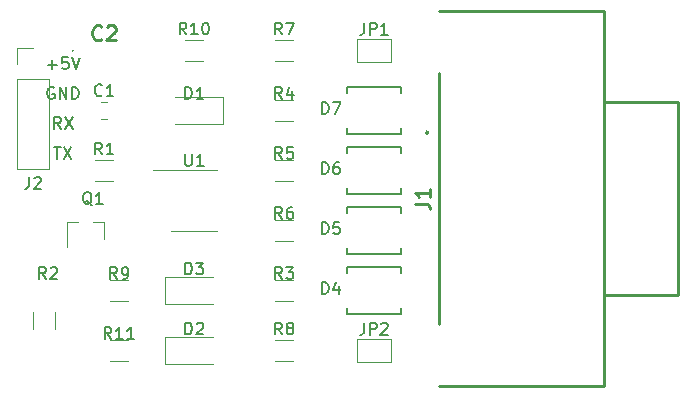
<source format=gto>
G04 #@! TF.GenerationSoftware,KiCad,Pcbnew,(5.1.10)-1*
G04 #@! TF.CreationDate,2022-10-05T22:38:21+02:00*
G04 #@! TF.ProjectId,new_rs422_module_kicad,6e65775f-7273-4343-9232-5f6d6f64756c,rev?*
G04 #@! TF.SameCoordinates,Original*
G04 #@! TF.FileFunction,Legend,Top*
G04 #@! TF.FilePolarity,Positive*
%FSLAX46Y46*%
G04 Gerber Fmt 4.6, Leading zero omitted, Abs format (unit mm)*
G04 Created by KiCad (PCBNEW (5.1.10)-1) date 2022-10-05 22:38:21*
%MOMM*%
%LPD*%
G01*
G04 APERTURE LIST*
%ADD10C,0.150000*%
%ADD11C,0.120000*%
%ADD12C,0.200000*%
%ADD13C,0.254000*%
%ADD14C,0.100000*%
%ADD15R,1.714500X2.184400*%
%ADD16R,1.800000X1.230000*%
%ADD17O,1.700000X1.700000*%
%ADD18R,1.700000X1.700000*%
%ADD19C,5.500000*%
%ADD20C,1.500000*%
%ADD21R,0.800000X0.900000*%
G04 APERTURE END LIST*
D10*
X33004285Y-34361428D02*
X33766190Y-34361428D01*
X33385238Y-34742380D02*
X33385238Y-33980476D01*
X34718571Y-33742380D02*
X34242380Y-33742380D01*
X34194761Y-34218571D01*
X34242380Y-34170952D01*
X34337619Y-34123333D01*
X34575714Y-34123333D01*
X34670952Y-34170952D01*
X34718571Y-34218571D01*
X34766190Y-34313809D01*
X34766190Y-34551904D01*
X34718571Y-34647142D01*
X34670952Y-34694761D01*
X34575714Y-34742380D01*
X34337619Y-34742380D01*
X34242380Y-34694761D01*
X34194761Y-34647142D01*
X35051904Y-33742380D02*
X35385238Y-34742380D01*
X35718571Y-33742380D01*
X33528095Y-36330000D02*
X33432857Y-36282380D01*
X33290000Y-36282380D01*
X33147142Y-36330000D01*
X33051904Y-36425238D01*
X33004285Y-36520476D01*
X32956666Y-36710952D01*
X32956666Y-36853809D01*
X33004285Y-37044285D01*
X33051904Y-37139523D01*
X33147142Y-37234761D01*
X33290000Y-37282380D01*
X33385238Y-37282380D01*
X33528095Y-37234761D01*
X33575714Y-37187142D01*
X33575714Y-36853809D01*
X33385238Y-36853809D01*
X34004285Y-37282380D02*
X34004285Y-36282380D01*
X34575714Y-37282380D01*
X34575714Y-36282380D01*
X35051904Y-37282380D02*
X35051904Y-36282380D01*
X35290000Y-36282380D01*
X35432857Y-36330000D01*
X35528095Y-36425238D01*
X35575714Y-36520476D01*
X35623333Y-36710952D01*
X35623333Y-36853809D01*
X35575714Y-37044285D01*
X35528095Y-37139523D01*
X35432857Y-37234761D01*
X35290000Y-37282380D01*
X35051904Y-37282380D01*
X33528095Y-41362380D02*
X34099523Y-41362380D01*
X33813809Y-42362380D02*
X33813809Y-41362380D01*
X34337619Y-41362380D02*
X35004285Y-42362380D01*
X35004285Y-41362380D02*
X34337619Y-42362380D01*
X34123333Y-39822380D02*
X33790000Y-39346190D01*
X33551904Y-39822380D02*
X33551904Y-38822380D01*
X33932857Y-38822380D01*
X34028095Y-38870000D01*
X34075714Y-38917619D01*
X34123333Y-39012857D01*
X34123333Y-39155714D01*
X34075714Y-39250952D01*
X34028095Y-39298571D01*
X33932857Y-39346190D01*
X33551904Y-39346190D01*
X34456666Y-38822380D02*
X35123333Y-39822380D01*
X35123333Y-38822380D02*
X34456666Y-39822380D01*
D11*
X59220000Y-59585000D02*
X59220000Y-57585000D01*
X62020000Y-59585000D02*
X59220000Y-59585000D01*
X62020000Y-57585000D02*
X62020000Y-59585000D01*
X59220000Y-57585000D02*
X62020000Y-57585000D01*
X59220000Y-34185000D02*
X59220000Y-32185000D01*
X62020000Y-34185000D02*
X59220000Y-34185000D01*
X62020000Y-32185000D02*
X62020000Y-34185000D01*
X59220000Y-32185000D02*
X62020000Y-32185000D01*
D10*
X58335000Y-36797800D02*
X58335000Y-36295000D01*
X58335000Y-40235000D02*
X58335000Y-39732200D01*
X58335000Y-40235000D02*
X62905000Y-40235000D01*
X62905000Y-36797800D02*
X62905000Y-36295000D01*
X62905000Y-40235000D02*
X62905000Y-39732200D01*
X58335000Y-36295000D02*
X62905000Y-36295000D01*
X58335000Y-41877800D02*
X58335000Y-41375000D01*
X58335000Y-45315000D02*
X58335000Y-44812200D01*
X58335000Y-45315000D02*
X62905000Y-45315000D01*
X62905000Y-41877800D02*
X62905000Y-41375000D01*
X62905000Y-45315000D02*
X62905000Y-44812200D01*
X58335000Y-41375000D02*
X62905000Y-41375000D01*
X58335000Y-46957800D02*
X58335000Y-46455000D01*
X58335000Y-50395000D02*
X58335000Y-49892200D01*
X58335000Y-50395000D02*
X62905000Y-50395000D01*
X62905000Y-46957800D02*
X62905000Y-46455000D01*
X62905000Y-50395000D02*
X62905000Y-49892200D01*
X58335000Y-46455000D02*
X62905000Y-46455000D01*
X58335000Y-52037800D02*
X58335000Y-51535000D01*
X58335000Y-55475000D02*
X58335000Y-54972200D01*
X58335000Y-55475000D02*
X62905000Y-55475000D01*
X62905000Y-52037800D02*
X62905000Y-51535000D01*
X62905000Y-55475000D02*
X62905000Y-54972200D01*
X58335000Y-51535000D02*
X62905000Y-51535000D01*
D12*
X35150000Y-33185000D02*
G75*
G03*
X35150000Y-33185000I-50000J0D01*
G01*
D11*
X30420000Y-43240000D02*
X33080000Y-43240000D01*
X30420000Y-35560000D02*
X30420000Y-43240000D01*
X33080000Y-35560000D02*
X33080000Y-43240000D01*
X30420000Y-35560000D02*
X33080000Y-35560000D01*
X30420000Y-34290000D02*
X30420000Y-32960000D01*
X30420000Y-32960000D02*
X31750000Y-32960000D01*
D13*
X66110000Y-61584000D02*
X80110000Y-61584000D01*
X80110000Y-61584000D02*
X80110000Y-29814000D01*
X80110000Y-29814000D02*
X66110000Y-29814000D01*
X80110000Y-53885000D02*
X86360000Y-53885000D01*
X86360000Y-53885000D02*
X86360000Y-37555000D01*
X86360000Y-37555000D02*
X80110000Y-37555000D01*
X66110000Y-56343000D02*
X66110000Y-35097000D01*
X65180840Y-40124000D02*
G75*
G03*
X65180840Y-40124000I-70840J0D01*
G01*
D11*
X45380000Y-43325000D02*
X41930000Y-43325000D01*
X45380000Y-43325000D02*
X47330000Y-43325000D01*
X45380000Y-48445000D02*
X43430000Y-48445000D01*
X45380000Y-48445000D02*
X47330000Y-48445000D01*
X39757064Y-57675000D02*
X38302936Y-57675000D01*
X39757064Y-59495000D02*
X38302936Y-59495000D01*
X46107064Y-32275000D02*
X44652936Y-32275000D01*
X46107064Y-34095000D02*
X44652936Y-34095000D01*
X39757064Y-52595000D02*
X38302936Y-52595000D01*
X39757064Y-54415000D02*
X38302936Y-54415000D01*
X52272936Y-59495000D02*
X53727064Y-59495000D01*
X52272936Y-57675000D02*
X53727064Y-57675000D01*
X52272936Y-34095000D02*
X53727064Y-34095000D01*
X52272936Y-32275000D02*
X53727064Y-32275000D01*
X53727064Y-47515000D02*
X52272936Y-47515000D01*
X53727064Y-49335000D02*
X52272936Y-49335000D01*
X53727064Y-42435000D02*
X52272936Y-42435000D01*
X53727064Y-44255000D02*
X52272936Y-44255000D01*
X53727064Y-37355000D02*
X52272936Y-37355000D01*
X53727064Y-39175000D02*
X52272936Y-39175000D01*
X53727064Y-52595000D02*
X52272936Y-52595000D01*
X53727064Y-54415000D02*
X52272936Y-54415000D01*
X31770000Y-55317936D02*
X31770000Y-56772064D01*
X33590000Y-55317936D02*
X33590000Y-56772064D01*
X37032936Y-44255000D02*
X38487064Y-44255000D01*
X37032936Y-42435000D02*
X38487064Y-42435000D01*
X37790000Y-47665000D02*
X37790000Y-49125000D01*
X34630000Y-47665000D02*
X34630000Y-49825000D01*
X34630000Y-47665000D02*
X35560000Y-47665000D01*
X37790000Y-47665000D02*
X36860000Y-47665000D01*
X42920000Y-54640000D02*
X46980000Y-54640000D01*
X42920000Y-52370000D02*
X42920000Y-54640000D01*
X46980000Y-52370000D02*
X42920000Y-52370000D01*
X42920000Y-59720000D02*
X46980000Y-59720000D01*
X42920000Y-57450000D02*
X42920000Y-59720000D01*
X46980000Y-57450000D02*
X42920000Y-57450000D01*
X47840000Y-37130000D02*
X43780000Y-37130000D01*
X47840000Y-39400000D02*
X47840000Y-37130000D01*
X43780000Y-39400000D02*
X47840000Y-39400000D01*
X37498748Y-39000000D02*
X38021252Y-39000000D01*
X37498748Y-37530000D02*
X38021252Y-37530000D01*
D10*
X59786666Y-56237380D02*
X59786666Y-56951666D01*
X59739047Y-57094523D01*
X59643809Y-57189761D01*
X59500952Y-57237380D01*
X59405714Y-57237380D01*
X60262857Y-57237380D02*
X60262857Y-56237380D01*
X60643809Y-56237380D01*
X60739047Y-56285000D01*
X60786666Y-56332619D01*
X60834285Y-56427857D01*
X60834285Y-56570714D01*
X60786666Y-56665952D01*
X60739047Y-56713571D01*
X60643809Y-56761190D01*
X60262857Y-56761190D01*
X61215238Y-56332619D02*
X61262857Y-56285000D01*
X61358095Y-56237380D01*
X61596190Y-56237380D01*
X61691428Y-56285000D01*
X61739047Y-56332619D01*
X61786666Y-56427857D01*
X61786666Y-56523095D01*
X61739047Y-56665952D01*
X61167619Y-57237380D01*
X61786666Y-57237380D01*
X59786666Y-30837380D02*
X59786666Y-31551666D01*
X59739047Y-31694523D01*
X59643809Y-31789761D01*
X59500952Y-31837380D01*
X59405714Y-31837380D01*
X60262857Y-31837380D02*
X60262857Y-30837380D01*
X60643809Y-30837380D01*
X60739047Y-30885000D01*
X60786666Y-30932619D01*
X60834285Y-31027857D01*
X60834285Y-31170714D01*
X60786666Y-31265952D01*
X60739047Y-31313571D01*
X60643809Y-31361190D01*
X60262857Y-31361190D01*
X61786666Y-31837380D02*
X61215238Y-31837380D01*
X61500952Y-31837380D02*
X61500952Y-30837380D01*
X61405714Y-30980238D01*
X61310476Y-31075476D01*
X61215238Y-31123095D01*
X56215595Y-38552380D02*
X56215595Y-37552380D01*
X56453690Y-37552380D01*
X56596547Y-37600000D01*
X56691785Y-37695238D01*
X56739404Y-37790476D01*
X56787023Y-37980952D01*
X56787023Y-38123809D01*
X56739404Y-38314285D01*
X56691785Y-38409523D01*
X56596547Y-38504761D01*
X56453690Y-38552380D01*
X56215595Y-38552380D01*
X57120357Y-37552380D02*
X57787023Y-37552380D01*
X57358452Y-38552380D01*
X56215595Y-43632380D02*
X56215595Y-42632380D01*
X56453690Y-42632380D01*
X56596547Y-42680000D01*
X56691785Y-42775238D01*
X56739404Y-42870476D01*
X56787023Y-43060952D01*
X56787023Y-43203809D01*
X56739404Y-43394285D01*
X56691785Y-43489523D01*
X56596547Y-43584761D01*
X56453690Y-43632380D01*
X56215595Y-43632380D01*
X57644166Y-42632380D02*
X57453690Y-42632380D01*
X57358452Y-42680000D01*
X57310833Y-42727619D01*
X57215595Y-42870476D01*
X57167976Y-43060952D01*
X57167976Y-43441904D01*
X57215595Y-43537142D01*
X57263214Y-43584761D01*
X57358452Y-43632380D01*
X57548928Y-43632380D01*
X57644166Y-43584761D01*
X57691785Y-43537142D01*
X57739404Y-43441904D01*
X57739404Y-43203809D01*
X57691785Y-43108571D01*
X57644166Y-43060952D01*
X57548928Y-43013333D01*
X57358452Y-43013333D01*
X57263214Y-43060952D01*
X57215595Y-43108571D01*
X57167976Y-43203809D01*
X56215595Y-48712380D02*
X56215595Y-47712380D01*
X56453690Y-47712380D01*
X56596547Y-47760000D01*
X56691785Y-47855238D01*
X56739404Y-47950476D01*
X56787023Y-48140952D01*
X56787023Y-48283809D01*
X56739404Y-48474285D01*
X56691785Y-48569523D01*
X56596547Y-48664761D01*
X56453690Y-48712380D01*
X56215595Y-48712380D01*
X57691785Y-47712380D02*
X57215595Y-47712380D01*
X57167976Y-48188571D01*
X57215595Y-48140952D01*
X57310833Y-48093333D01*
X57548928Y-48093333D01*
X57644166Y-48140952D01*
X57691785Y-48188571D01*
X57739404Y-48283809D01*
X57739404Y-48521904D01*
X57691785Y-48617142D01*
X57644166Y-48664761D01*
X57548928Y-48712380D01*
X57310833Y-48712380D01*
X57215595Y-48664761D01*
X57167976Y-48617142D01*
X56215595Y-53792380D02*
X56215595Y-52792380D01*
X56453690Y-52792380D01*
X56596547Y-52840000D01*
X56691785Y-52935238D01*
X56739404Y-53030476D01*
X56787023Y-53220952D01*
X56787023Y-53363809D01*
X56739404Y-53554285D01*
X56691785Y-53649523D01*
X56596547Y-53744761D01*
X56453690Y-53792380D01*
X56215595Y-53792380D01*
X57644166Y-53125714D02*
X57644166Y-53792380D01*
X57406071Y-52744761D02*
X57167976Y-53459047D01*
X57787023Y-53459047D01*
D13*
X37548333Y-32203571D02*
X37487857Y-32264047D01*
X37306428Y-32324523D01*
X37185476Y-32324523D01*
X37004047Y-32264047D01*
X36883095Y-32143095D01*
X36822619Y-32022142D01*
X36762142Y-31780238D01*
X36762142Y-31598809D01*
X36822619Y-31356904D01*
X36883095Y-31235952D01*
X37004047Y-31115000D01*
X37185476Y-31054523D01*
X37306428Y-31054523D01*
X37487857Y-31115000D01*
X37548333Y-31175476D01*
X38032142Y-31175476D02*
X38092619Y-31115000D01*
X38213571Y-31054523D01*
X38515952Y-31054523D01*
X38636904Y-31115000D01*
X38697380Y-31175476D01*
X38757857Y-31296428D01*
X38757857Y-31417380D01*
X38697380Y-31598809D01*
X37971666Y-32324523D01*
X38757857Y-32324523D01*
D10*
X31416666Y-43902380D02*
X31416666Y-44616666D01*
X31369047Y-44759523D01*
X31273809Y-44854761D01*
X31130952Y-44902380D01*
X31035714Y-44902380D01*
X31845238Y-43997619D02*
X31892857Y-43950000D01*
X31988095Y-43902380D01*
X32226190Y-43902380D01*
X32321428Y-43950000D01*
X32369047Y-43997619D01*
X32416666Y-44092857D01*
X32416666Y-44188095D01*
X32369047Y-44330952D01*
X31797619Y-44902380D01*
X32416666Y-44902380D01*
D13*
X64074523Y-46143333D02*
X64981666Y-46143333D01*
X65163095Y-46203809D01*
X65284047Y-46324761D01*
X65344523Y-46506190D01*
X65344523Y-46627142D01*
X65344523Y-44873333D02*
X65344523Y-45599047D01*
X65344523Y-45236190D02*
X64074523Y-45236190D01*
X64255952Y-45357142D01*
X64376904Y-45478095D01*
X64437380Y-45599047D01*
D10*
X44618095Y-41937380D02*
X44618095Y-42746904D01*
X44665714Y-42842142D01*
X44713333Y-42889761D01*
X44808571Y-42937380D01*
X44999047Y-42937380D01*
X45094285Y-42889761D01*
X45141904Y-42842142D01*
X45189523Y-42746904D01*
X45189523Y-41937380D01*
X46189523Y-42937380D02*
X45618095Y-42937380D01*
X45903809Y-42937380D02*
X45903809Y-41937380D01*
X45808571Y-42080238D01*
X45713333Y-42175476D01*
X45618095Y-42223095D01*
X38387142Y-57602380D02*
X38053809Y-57126190D01*
X37815714Y-57602380D02*
X37815714Y-56602380D01*
X38196666Y-56602380D01*
X38291904Y-56650000D01*
X38339523Y-56697619D01*
X38387142Y-56792857D01*
X38387142Y-56935714D01*
X38339523Y-57030952D01*
X38291904Y-57078571D01*
X38196666Y-57126190D01*
X37815714Y-57126190D01*
X39339523Y-57602380D02*
X38768095Y-57602380D01*
X39053809Y-57602380D02*
X39053809Y-56602380D01*
X38958571Y-56745238D01*
X38863333Y-56840476D01*
X38768095Y-56888095D01*
X40291904Y-57602380D02*
X39720476Y-57602380D01*
X40006190Y-57602380D02*
X40006190Y-56602380D01*
X39910952Y-56745238D01*
X39815714Y-56840476D01*
X39720476Y-56888095D01*
X44737142Y-31817380D02*
X44403809Y-31341190D01*
X44165714Y-31817380D02*
X44165714Y-30817380D01*
X44546666Y-30817380D01*
X44641904Y-30865000D01*
X44689523Y-30912619D01*
X44737142Y-31007857D01*
X44737142Y-31150714D01*
X44689523Y-31245952D01*
X44641904Y-31293571D01*
X44546666Y-31341190D01*
X44165714Y-31341190D01*
X45689523Y-31817380D02*
X45118095Y-31817380D01*
X45403809Y-31817380D02*
X45403809Y-30817380D01*
X45308571Y-30960238D01*
X45213333Y-31055476D01*
X45118095Y-31103095D01*
X46308571Y-30817380D02*
X46403809Y-30817380D01*
X46499047Y-30865000D01*
X46546666Y-30912619D01*
X46594285Y-31007857D01*
X46641904Y-31198333D01*
X46641904Y-31436428D01*
X46594285Y-31626904D01*
X46546666Y-31722142D01*
X46499047Y-31769761D01*
X46403809Y-31817380D01*
X46308571Y-31817380D01*
X46213333Y-31769761D01*
X46165714Y-31722142D01*
X46118095Y-31626904D01*
X46070476Y-31436428D01*
X46070476Y-31198333D01*
X46118095Y-31007857D01*
X46165714Y-30912619D01*
X46213333Y-30865000D01*
X46308571Y-30817380D01*
X38863333Y-52522380D02*
X38530000Y-52046190D01*
X38291904Y-52522380D02*
X38291904Y-51522380D01*
X38672857Y-51522380D01*
X38768095Y-51570000D01*
X38815714Y-51617619D01*
X38863333Y-51712857D01*
X38863333Y-51855714D01*
X38815714Y-51950952D01*
X38768095Y-51998571D01*
X38672857Y-52046190D01*
X38291904Y-52046190D01*
X39339523Y-52522380D02*
X39530000Y-52522380D01*
X39625238Y-52474761D01*
X39672857Y-52427142D01*
X39768095Y-52284285D01*
X39815714Y-52093809D01*
X39815714Y-51712857D01*
X39768095Y-51617619D01*
X39720476Y-51570000D01*
X39625238Y-51522380D01*
X39434761Y-51522380D01*
X39339523Y-51570000D01*
X39291904Y-51617619D01*
X39244285Y-51712857D01*
X39244285Y-51950952D01*
X39291904Y-52046190D01*
X39339523Y-52093809D01*
X39434761Y-52141428D01*
X39625238Y-52141428D01*
X39720476Y-52093809D01*
X39768095Y-52046190D01*
X39815714Y-51950952D01*
X52833333Y-57217380D02*
X52500000Y-56741190D01*
X52261904Y-57217380D02*
X52261904Y-56217380D01*
X52642857Y-56217380D01*
X52738095Y-56265000D01*
X52785714Y-56312619D01*
X52833333Y-56407857D01*
X52833333Y-56550714D01*
X52785714Y-56645952D01*
X52738095Y-56693571D01*
X52642857Y-56741190D01*
X52261904Y-56741190D01*
X53404761Y-56645952D02*
X53309523Y-56598333D01*
X53261904Y-56550714D01*
X53214285Y-56455476D01*
X53214285Y-56407857D01*
X53261904Y-56312619D01*
X53309523Y-56265000D01*
X53404761Y-56217380D01*
X53595238Y-56217380D01*
X53690476Y-56265000D01*
X53738095Y-56312619D01*
X53785714Y-56407857D01*
X53785714Y-56455476D01*
X53738095Y-56550714D01*
X53690476Y-56598333D01*
X53595238Y-56645952D01*
X53404761Y-56645952D01*
X53309523Y-56693571D01*
X53261904Y-56741190D01*
X53214285Y-56836428D01*
X53214285Y-57026904D01*
X53261904Y-57122142D01*
X53309523Y-57169761D01*
X53404761Y-57217380D01*
X53595238Y-57217380D01*
X53690476Y-57169761D01*
X53738095Y-57122142D01*
X53785714Y-57026904D01*
X53785714Y-56836428D01*
X53738095Y-56741190D01*
X53690476Y-56693571D01*
X53595238Y-56645952D01*
X52833333Y-31817380D02*
X52500000Y-31341190D01*
X52261904Y-31817380D02*
X52261904Y-30817380D01*
X52642857Y-30817380D01*
X52738095Y-30865000D01*
X52785714Y-30912619D01*
X52833333Y-31007857D01*
X52833333Y-31150714D01*
X52785714Y-31245952D01*
X52738095Y-31293571D01*
X52642857Y-31341190D01*
X52261904Y-31341190D01*
X53166666Y-30817380D02*
X53833333Y-30817380D01*
X53404761Y-31817380D01*
X52833333Y-47442380D02*
X52500000Y-46966190D01*
X52261904Y-47442380D02*
X52261904Y-46442380D01*
X52642857Y-46442380D01*
X52738095Y-46490000D01*
X52785714Y-46537619D01*
X52833333Y-46632857D01*
X52833333Y-46775714D01*
X52785714Y-46870952D01*
X52738095Y-46918571D01*
X52642857Y-46966190D01*
X52261904Y-46966190D01*
X53690476Y-46442380D02*
X53500000Y-46442380D01*
X53404761Y-46490000D01*
X53357142Y-46537619D01*
X53261904Y-46680476D01*
X53214285Y-46870952D01*
X53214285Y-47251904D01*
X53261904Y-47347142D01*
X53309523Y-47394761D01*
X53404761Y-47442380D01*
X53595238Y-47442380D01*
X53690476Y-47394761D01*
X53738095Y-47347142D01*
X53785714Y-47251904D01*
X53785714Y-47013809D01*
X53738095Y-46918571D01*
X53690476Y-46870952D01*
X53595238Y-46823333D01*
X53404761Y-46823333D01*
X53309523Y-46870952D01*
X53261904Y-46918571D01*
X53214285Y-47013809D01*
X52833333Y-42362380D02*
X52500000Y-41886190D01*
X52261904Y-42362380D02*
X52261904Y-41362380D01*
X52642857Y-41362380D01*
X52738095Y-41410000D01*
X52785714Y-41457619D01*
X52833333Y-41552857D01*
X52833333Y-41695714D01*
X52785714Y-41790952D01*
X52738095Y-41838571D01*
X52642857Y-41886190D01*
X52261904Y-41886190D01*
X53738095Y-41362380D02*
X53261904Y-41362380D01*
X53214285Y-41838571D01*
X53261904Y-41790952D01*
X53357142Y-41743333D01*
X53595238Y-41743333D01*
X53690476Y-41790952D01*
X53738095Y-41838571D01*
X53785714Y-41933809D01*
X53785714Y-42171904D01*
X53738095Y-42267142D01*
X53690476Y-42314761D01*
X53595238Y-42362380D01*
X53357142Y-42362380D01*
X53261904Y-42314761D01*
X53214285Y-42267142D01*
X52833333Y-37282380D02*
X52500000Y-36806190D01*
X52261904Y-37282380D02*
X52261904Y-36282380D01*
X52642857Y-36282380D01*
X52738095Y-36330000D01*
X52785714Y-36377619D01*
X52833333Y-36472857D01*
X52833333Y-36615714D01*
X52785714Y-36710952D01*
X52738095Y-36758571D01*
X52642857Y-36806190D01*
X52261904Y-36806190D01*
X53690476Y-36615714D02*
X53690476Y-37282380D01*
X53452380Y-36234761D02*
X53214285Y-36949047D01*
X53833333Y-36949047D01*
X52833333Y-52522380D02*
X52500000Y-52046190D01*
X52261904Y-52522380D02*
X52261904Y-51522380D01*
X52642857Y-51522380D01*
X52738095Y-51570000D01*
X52785714Y-51617619D01*
X52833333Y-51712857D01*
X52833333Y-51855714D01*
X52785714Y-51950952D01*
X52738095Y-51998571D01*
X52642857Y-52046190D01*
X52261904Y-52046190D01*
X53166666Y-51522380D02*
X53785714Y-51522380D01*
X53452380Y-51903333D01*
X53595238Y-51903333D01*
X53690476Y-51950952D01*
X53738095Y-51998571D01*
X53785714Y-52093809D01*
X53785714Y-52331904D01*
X53738095Y-52427142D01*
X53690476Y-52474761D01*
X53595238Y-52522380D01*
X53309523Y-52522380D01*
X53214285Y-52474761D01*
X53166666Y-52427142D01*
X32853333Y-52522380D02*
X32520000Y-52046190D01*
X32281904Y-52522380D02*
X32281904Y-51522380D01*
X32662857Y-51522380D01*
X32758095Y-51570000D01*
X32805714Y-51617619D01*
X32853333Y-51712857D01*
X32853333Y-51855714D01*
X32805714Y-51950952D01*
X32758095Y-51998571D01*
X32662857Y-52046190D01*
X32281904Y-52046190D01*
X33234285Y-51617619D02*
X33281904Y-51570000D01*
X33377142Y-51522380D01*
X33615238Y-51522380D01*
X33710476Y-51570000D01*
X33758095Y-51617619D01*
X33805714Y-51712857D01*
X33805714Y-51808095D01*
X33758095Y-51950952D01*
X33186666Y-52522380D01*
X33805714Y-52522380D01*
X37593333Y-41977380D02*
X37260000Y-41501190D01*
X37021904Y-41977380D02*
X37021904Y-40977380D01*
X37402857Y-40977380D01*
X37498095Y-41025000D01*
X37545714Y-41072619D01*
X37593333Y-41167857D01*
X37593333Y-41310714D01*
X37545714Y-41405952D01*
X37498095Y-41453571D01*
X37402857Y-41501190D01*
X37021904Y-41501190D01*
X38545714Y-41977380D02*
X37974285Y-41977380D01*
X38260000Y-41977380D02*
X38260000Y-40977380D01*
X38164761Y-41120238D01*
X38069523Y-41215476D01*
X37974285Y-41263095D01*
X36734761Y-46267619D02*
X36639523Y-46220000D01*
X36544285Y-46124761D01*
X36401428Y-45981904D01*
X36306190Y-45934285D01*
X36210952Y-45934285D01*
X36258571Y-46172380D02*
X36163333Y-46124761D01*
X36068095Y-46029523D01*
X36020476Y-45839047D01*
X36020476Y-45505714D01*
X36068095Y-45315238D01*
X36163333Y-45220000D01*
X36258571Y-45172380D01*
X36449047Y-45172380D01*
X36544285Y-45220000D01*
X36639523Y-45315238D01*
X36687142Y-45505714D01*
X36687142Y-45839047D01*
X36639523Y-46029523D01*
X36544285Y-46124761D01*
X36449047Y-46172380D01*
X36258571Y-46172380D01*
X37639523Y-46172380D02*
X37068095Y-46172380D01*
X37353809Y-46172380D02*
X37353809Y-45172380D01*
X37258571Y-45315238D01*
X37163333Y-45410476D01*
X37068095Y-45458095D01*
X44641904Y-52137380D02*
X44641904Y-51137380D01*
X44880000Y-51137380D01*
X45022857Y-51185000D01*
X45118095Y-51280238D01*
X45165714Y-51375476D01*
X45213333Y-51565952D01*
X45213333Y-51708809D01*
X45165714Y-51899285D01*
X45118095Y-51994523D01*
X45022857Y-52089761D01*
X44880000Y-52137380D01*
X44641904Y-52137380D01*
X45546666Y-51137380D02*
X46165714Y-51137380D01*
X45832380Y-51518333D01*
X45975238Y-51518333D01*
X46070476Y-51565952D01*
X46118095Y-51613571D01*
X46165714Y-51708809D01*
X46165714Y-51946904D01*
X46118095Y-52042142D01*
X46070476Y-52089761D01*
X45975238Y-52137380D01*
X45689523Y-52137380D01*
X45594285Y-52089761D01*
X45546666Y-52042142D01*
X44641904Y-57217380D02*
X44641904Y-56217380D01*
X44880000Y-56217380D01*
X45022857Y-56265000D01*
X45118095Y-56360238D01*
X45165714Y-56455476D01*
X45213333Y-56645952D01*
X45213333Y-56788809D01*
X45165714Y-56979285D01*
X45118095Y-57074523D01*
X45022857Y-57169761D01*
X44880000Y-57217380D01*
X44641904Y-57217380D01*
X45594285Y-56312619D02*
X45641904Y-56265000D01*
X45737142Y-56217380D01*
X45975238Y-56217380D01*
X46070476Y-56265000D01*
X46118095Y-56312619D01*
X46165714Y-56407857D01*
X46165714Y-56503095D01*
X46118095Y-56645952D01*
X45546666Y-57217380D01*
X46165714Y-57217380D01*
X44641904Y-37282380D02*
X44641904Y-36282380D01*
X44880000Y-36282380D01*
X45022857Y-36330000D01*
X45118095Y-36425238D01*
X45165714Y-36520476D01*
X45213333Y-36710952D01*
X45213333Y-36853809D01*
X45165714Y-37044285D01*
X45118095Y-37139523D01*
X45022857Y-37234761D01*
X44880000Y-37282380D01*
X44641904Y-37282380D01*
X46165714Y-37282380D02*
X45594285Y-37282380D01*
X45880000Y-37282380D02*
X45880000Y-36282380D01*
X45784761Y-36425238D01*
X45689523Y-36520476D01*
X45594285Y-36568095D01*
X37593333Y-36942142D02*
X37545714Y-36989761D01*
X37402857Y-37037380D01*
X37307619Y-37037380D01*
X37164761Y-36989761D01*
X37069523Y-36894523D01*
X37021904Y-36799285D01*
X36974285Y-36608809D01*
X36974285Y-36465952D01*
X37021904Y-36275476D01*
X37069523Y-36180238D01*
X37164761Y-36085000D01*
X37307619Y-36037380D01*
X37402857Y-36037380D01*
X37545714Y-36085000D01*
X37593333Y-36132619D01*
X38545714Y-37037380D02*
X37974285Y-37037380D01*
X38260000Y-37037380D02*
X38260000Y-36037380D01*
X38164761Y-36180238D01*
X38069523Y-36275476D01*
X37974285Y-36323095D01*
%LPC*%
D14*
G36*
X60895000Y-58585000D02*
G01*
X60395000Y-59335000D01*
X59395000Y-59335000D01*
X59395000Y-57835000D01*
X60395000Y-57835000D01*
X60895000Y-58585000D01*
G37*
G36*
X61845000Y-59335000D02*
G01*
X60695000Y-59335000D01*
X61195000Y-58585000D01*
X60695000Y-57835000D01*
X61845000Y-57835000D01*
X61845000Y-59335000D01*
G37*
G36*
X60895000Y-33185000D02*
G01*
X60395000Y-33935000D01*
X59395000Y-33935000D01*
X59395000Y-32435000D01*
X60395000Y-32435000D01*
X60895000Y-33185000D01*
G37*
G36*
X61845000Y-33935000D02*
G01*
X60695000Y-33935000D01*
X61195000Y-33185000D01*
X60695000Y-32435000D01*
X61845000Y-32435000D01*
X61845000Y-33935000D01*
G37*
D15*
X62556750Y-38265000D03*
X58683250Y-38265000D03*
X62556750Y-43345000D03*
X58683250Y-43345000D03*
X62556750Y-48425000D03*
X58683250Y-48425000D03*
X62556750Y-53505000D03*
X58683250Y-53505000D03*
D16*
X39070000Y-33185000D03*
X36450000Y-33185000D03*
D17*
X31750000Y-41910000D03*
X31750000Y-39370000D03*
X31750000Y-36830000D03*
D18*
X31750000Y-34290000D03*
D19*
X68510000Y-33225000D03*
X68510000Y-58215000D03*
D20*
X69930000Y-49875000D03*
X69930000Y-47105000D03*
X69930000Y-44335000D03*
X69930000Y-41565000D03*
X67090000Y-51260000D03*
X67090000Y-48490000D03*
X67090000Y-45720000D03*
X67090000Y-42950000D03*
X67090000Y-40180000D03*
G36*
G01*
X46880000Y-44130000D02*
X46880000Y-43830000D01*
G75*
G02*
X47030000Y-43680000I150000J0D01*
G01*
X48680000Y-43680000D01*
G75*
G02*
X48830000Y-43830000I0J-150000D01*
G01*
X48830000Y-44130000D01*
G75*
G02*
X48680000Y-44280000I-150000J0D01*
G01*
X47030000Y-44280000D01*
G75*
G02*
X46880000Y-44130000I0J150000D01*
G01*
G37*
G36*
G01*
X46880000Y-45400000D02*
X46880000Y-45100000D01*
G75*
G02*
X47030000Y-44950000I150000J0D01*
G01*
X48680000Y-44950000D01*
G75*
G02*
X48830000Y-45100000I0J-150000D01*
G01*
X48830000Y-45400000D01*
G75*
G02*
X48680000Y-45550000I-150000J0D01*
G01*
X47030000Y-45550000D01*
G75*
G02*
X46880000Y-45400000I0J150000D01*
G01*
G37*
G36*
G01*
X46880000Y-46670000D02*
X46880000Y-46370000D01*
G75*
G02*
X47030000Y-46220000I150000J0D01*
G01*
X48680000Y-46220000D01*
G75*
G02*
X48830000Y-46370000I0J-150000D01*
G01*
X48830000Y-46670000D01*
G75*
G02*
X48680000Y-46820000I-150000J0D01*
G01*
X47030000Y-46820000D01*
G75*
G02*
X46880000Y-46670000I0J150000D01*
G01*
G37*
G36*
G01*
X46880000Y-47940000D02*
X46880000Y-47640000D01*
G75*
G02*
X47030000Y-47490000I150000J0D01*
G01*
X48680000Y-47490000D01*
G75*
G02*
X48830000Y-47640000I0J-150000D01*
G01*
X48830000Y-47940000D01*
G75*
G02*
X48680000Y-48090000I-150000J0D01*
G01*
X47030000Y-48090000D01*
G75*
G02*
X46880000Y-47940000I0J150000D01*
G01*
G37*
G36*
G01*
X41930000Y-47940000D02*
X41930000Y-47640000D01*
G75*
G02*
X42080000Y-47490000I150000J0D01*
G01*
X43730000Y-47490000D01*
G75*
G02*
X43880000Y-47640000I0J-150000D01*
G01*
X43880000Y-47940000D01*
G75*
G02*
X43730000Y-48090000I-150000J0D01*
G01*
X42080000Y-48090000D01*
G75*
G02*
X41930000Y-47940000I0J150000D01*
G01*
G37*
G36*
G01*
X41930000Y-46670000D02*
X41930000Y-46370000D01*
G75*
G02*
X42080000Y-46220000I150000J0D01*
G01*
X43730000Y-46220000D01*
G75*
G02*
X43880000Y-46370000I0J-150000D01*
G01*
X43880000Y-46670000D01*
G75*
G02*
X43730000Y-46820000I-150000J0D01*
G01*
X42080000Y-46820000D01*
G75*
G02*
X41930000Y-46670000I0J150000D01*
G01*
G37*
G36*
G01*
X41930000Y-45400000D02*
X41930000Y-45100000D01*
G75*
G02*
X42080000Y-44950000I150000J0D01*
G01*
X43730000Y-44950000D01*
G75*
G02*
X43880000Y-45100000I0J-150000D01*
G01*
X43880000Y-45400000D01*
G75*
G02*
X43730000Y-45550000I-150000J0D01*
G01*
X42080000Y-45550000D01*
G75*
G02*
X41930000Y-45400000I0J150000D01*
G01*
G37*
G36*
G01*
X41930000Y-44130000D02*
X41930000Y-43830000D01*
G75*
G02*
X42080000Y-43680000I150000J0D01*
G01*
X43730000Y-43680000D01*
G75*
G02*
X43880000Y-43830000I0J-150000D01*
G01*
X43880000Y-44130000D01*
G75*
G02*
X43730000Y-44280000I-150000J0D01*
G01*
X42080000Y-44280000D01*
G75*
G02*
X41930000Y-44130000I0J150000D01*
G01*
G37*
G36*
G01*
X38130000Y-57960000D02*
X38130000Y-59210000D01*
G75*
G02*
X37880000Y-59460000I-250000J0D01*
G01*
X37080000Y-59460000D01*
G75*
G02*
X36830000Y-59210000I0J250000D01*
G01*
X36830000Y-57960000D01*
G75*
G02*
X37080000Y-57710000I250000J0D01*
G01*
X37880000Y-57710000D01*
G75*
G02*
X38130000Y-57960000I0J-250000D01*
G01*
G37*
G36*
G01*
X41230000Y-57960000D02*
X41230000Y-59210000D01*
G75*
G02*
X40980000Y-59460000I-250000J0D01*
G01*
X40180000Y-59460000D01*
G75*
G02*
X39930000Y-59210000I0J250000D01*
G01*
X39930000Y-57960000D01*
G75*
G02*
X40180000Y-57710000I250000J0D01*
G01*
X40980000Y-57710000D01*
G75*
G02*
X41230000Y-57960000I0J-250000D01*
G01*
G37*
G36*
G01*
X44480000Y-32560000D02*
X44480000Y-33810000D01*
G75*
G02*
X44230000Y-34060000I-250000J0D01*
G01*
X43430000Y-34060000D01*
G75*
G02*
X43180000Y-33810000I0J250000D01*
G01*
X43180000Y-32560000D01*
G75*
G02*
X43430000Y-32310000I250000J0D01*
G01*
X44230000Y-32310000D01*
G75*
G02*
X44480000Y-32560000I0J-250000D01*
G01*
G37*
G36*
G01*
X47580000Y-32560000D02*
X47580000Y-33810000D01*
G75*
G02*
X47330000Y-34060000I-250000J0D01*
G01*
X46530000Y-34060000D01*
G75*
G02*
X46280000Y-33810000I0J250000D01*
G01*
X46280000Y-32560000D01*
G75*
G02*
X46530000Y-32310000I250000J0D01*
G01*
X47330000Y-32310000D01*
G75*
G02*
X47580000Y-32560000I0J-250000D01*
G01*
G37*
G36*
G01*
X38130000Y-52880000D02*
X38130000Y-54130000D01*
G75*
G02*
X37880000Y-54380000I-250000J0D01*
G01*
X37080000Y-54380000D01*
G75*
G02*
X36830000Y-54130000I0J250000D01*
G01*
X36830000Y-52880000D01*
G75*
G02*
X37080000Y-52630000I250000J0D01*
G01*
X37880000Y-52630000D01*
G75*
G02*
X38130000Y-52880000I0J-250000D01*
G01*
G37*
G36*
G01*
X41230000Y-52880000D02*
X41230000Y-54130000D01*
G75*
G02*
X40980000Y-54380000I-250000J0D01*
G01*
X40180000Y-54380000D01*
G75*
G02*
X39930000Y-54130000I0J250000D01*
G01*
X39930000Y-52880000D01*
G75*
G02*
X40180000Y-52630000I250000J0D01*
G01*
X40980000Y-52630000D01*
G75*
G02*
X41230000Y-52880000I0J-250000D01*
G01*
G37*
G36*
G01*
X53900000Y-59210000D02*
X53900000Y-57960000D01*
G75*
G02*
X54150000Y-57710000I250000J0D01*
G01*
X54950000Y-57710000D01*
G75*
G02*
X55200000Y-57960000I0J-250000D01*
G01*
X55200000Y-59210000D01*
G75*
G02*
X54950000Y-59460000I-250000J0D01*
G01*
X54150000Y-59460000D01*
G75*
G02*
X53900000Y-59210000I0J250000D01*
G01*
G37*
G36*
G01*
X50800000Y-59210000D02*
X50800000Y-57960000D01*
G75*
G02*
X51050000Y-57710000I250000J0D01*
G01*
X51850000Y-57710000D01*
G75*
G02*
X52100000Y-57960000I0J-250000D01*
G01*
X52100000Y-59210000D01*
G75*
G02*
X51850000Y-59460000I-250000J0D01*
G01*
X51050000Y-59460000D01*
G75*
G02*
X50800000Y-59210000I0J250000D01*
G01*
G37*
G36*
G01*
X53900000Y-33810000D02*
X53900000Y-32560000D01*
G75*
G02*
X54150000Y-32310000I250000J0D01*
G01*
X54950000Y-32310000D01*
G75*
G02*
X55200000Y-32560000I0J-250000D01*
G01*
X55200000Y-33810000D01*
G75*
G02*
X54950000Y-34060000I-250000J0D01*
G01*
X54150000Y-34060000D01*
G75*
G02*
X53900000Y-33810000I0J250000D01*
G01*
G37*
G36*
G01*
X50800000Y-33810000D02*
X50800000Y-32560000D01*
G75*
G02*
X51050000Y-32310000I250000J0D01*
G01*
X51850000Y-32310000D01*
G75*
G02*
X52100000Y-32560000I0J-250000D01*
G01*
X52100000Y-33810000D01*
G75*
G02*
X51850000Y-34060000I-250000J0D01*
G01*
X51050000Y-34060000D01*
G75*
G02*
X50800000Y-33810000I0J250000D01*
G01*
G37*
G36*
G01*
X52100000Y-47800000D02*
X52100000Y-49050000D01*
G75*
G02*
X51850000Y-49300000I-250000J0D01*
G01*
X51050000Y-49300000D01*
G75*
G02*
X50800000Y-49050000I0J250000D01*
G01*
X50800000Y-47800000D01*
G75*
G02*
X51050000Y-47550000I250000J0D01*
G01*
X51850000Y-47550000D01*
G75*
G02*
X52100000Y-47800000I0J-250000D01*
G01*
G37*
G36*
G01*
X55200000Y-47800000D02*
X55200000Y-49050000D01*
G75*
G02*
X54950000Y-49300000I-250000J0D01*
G01*
X54150000Y-49300000D01*
G75*
G02*
X53900000Y-49050000I0J250000D01*
G01*
X53900000Y-47800000D01*
G75*
G02*
X54150000Y-47550000I250000J0D01*
G01*
X54950000Y-47550000D01*
G75*
G02*
X55200000Y-47800000I0J-250000D01*
G01*
G37*
G36*
G01*
X52100000Y-42720000D02*
X52100000Y-43970000D01*
G75*
G02*
X51850000Y-44220000I-250000J0D01*
G01*
X51050000Y-44220000D01*
G75*
G02*
X50800000Y-43970000I0J250000D01*
G01*
X50800000Y-42720000D01*
G75*
G02*
X51050000Y-42470000I250000J0D01*
G01*
X51850000Y-42470000D01*
G75*
G02*
X52100000Y-42720000I0J-250000D01*
G01*
G37*
G36*
G01*
X55200000Y-42720000D02*
X55200000Y-43970000D01*
G75*
G02*
X54950000Y-44220000I-250000J0D01*
G01*
X54150000Y-44220000D01*
G75*
G02*
X53900000Y-43970000I0J250000D01*
G01*
X53900000Y-42720000D01*
G75*
G02*
X54150000Y-42470000I250000J0D01*
G01*
X54950000Y-42470000D01*
G75*
G02*
X55200000Y-42720000I0J-250000D01*
G01*
G37*
G36*
G01*
X52100000Y-37640000D02*
X52100000Y-38890000D01*
G75*
G02*
X51850000Y-39140000I-250000J0D01*
G01*
X51050000Y-39140000D01*
G75*
G02*
X50800000Y-38890000I0J250000D01*
G01*
X50800000Y-37640000D01*
G75*
G02*
X51050000Y-37390000I250000J0D01*
G01*
X51850000Y-37390000D01*
G75*
G02*
X52100000Y-37640000I0J-250000D01*
G01*
G37*
G36*
G01*
X55200000Y-37640000D02*
X55200000Y-38890000D01*
G75*
G02*
X54950000Y-39140000I-250000J0D01*
G01*
X54150000Y-39140000D01*
G75*
G02*
X53900000Y-38890000I0J250000D01*
G01*
X53900000Y-37640000D01*
G75*
G02*
X54150000Y-37390000I250000J0D01*
G01*
X54950000Y-37390000D01*
G75*
G02*
X55200000Y-37640000I0J-250000D01*
G01*
G37*
G36*
G01*
X52100000Y-52880000D02*
X52100000Y-54130000D01*
G75*
G02*
X51850000Y-54380000I-250000J0D01*
G01*
X51050000Y-54380000D01*
G75*
G02*
X50800000Y-54130000I0J250000D01*
G01*
X50800000Y-52880000D01*
G75*
G02*
X51050000Y-52630000I250000J0D01*
G01*
X51850000Y-52630000D01*
G75*
G02*
X52100000Y-52880000I0J-250000D01*
G01*
G37*
G36*
G01*
X55200000Y-52880000D02*
X55200000Y-54130000D01*
G75*
G02*
X54950000Y-54380000I-250000J0D01*
G01*
X54150000Y-54380000D01*
G75*
G02*
X53900000Y-54130000I0J250000D01*
G01*
X53900000Y-52880000D01*
G75*
G02*
X54150000Y-52630000I250000J0D01*
G01*
X54950000Y-52630000D01*
G75*
G02*
X55200000Y-52880000I0J-250000D01*
G01*
G37*
G36*
G01*
X32055000Y-56945000D02*
X33305000Y-56945000D01*
G75*
G02*
X33555000Y-57195000I0J-250000D01*
G01*
X33555000Y-57995000D01*
G75*
G02*
X33305000Y-58245000I-250000J0D01*
G01*
X32055000Y-58245000D01*
G75*
G02*
X31805000Y-57995000I0J250000D01*
G01*
X31805000Y-57195000D01*
G75*
G02*
X32055000Y-56945000I250000J0D01*
G01*
G37*
G36*
G01*
X32055000Y-53845000D02*
X33305000Y-53845000D01*
G75*
G02*
X33555000Y-54095000I0J-250000D01*
G01*
X33555000Y-54895000D01*
G75*
G02*
X33305000Y-55145000I-250000J0D01*
G01*
X32055000Y-55145000D01*
G75*
G02*
X31805000Y-54895000I0J250000D01*
G01*
X31805000Y-54095000D01*
G75*
G02*
X32055000Y-53845000I250000J0D01*
G01*
G37*
G36*
G01*
X38660000Y-43970000D02*
X38660000Y-42720000D01*
G75*
G02*
X38910000Y-42470000I250000J0D01*
G01*
X39710000Y-42470000D01*
G75*
G02*
X39960000Y-42720000I0J-250000D01*
G01*
X39960000Y-43970000D01*
G75*
G02*
X39710000Y-44220000I-250000J0D01*
G01*
X38910000Y-44220000D01*
G75*
G02*
X38660000Y-43970000I0J250000D01*
G01*
G37*
G36*
G01*
X35560000Y-43970000D02*
X35560000Y-42720000D01*
G75*
G02*
X35810000Y-42470000I250000J0D01*
G01*
X36610000Y-42470000D01*
G75*
G02*
X36860000Y-42720000I0J-250000D01*
G01*
X36860000Y-43970000D01*
G75*
G02*
X36610000Y-44220000I-250000J0D01*
G01*
X35810000Y-44220000D01*
G75*
G02*
X35560000Y-43970000I0J250000D01*
G01*
G37*
D21*
X36210000Y-47425000D03*
X37160000Y-49425000D03*
X35260000Y-49425000D03*
G36*
G01*
X46155000Y-54130000D02*
X46155000Y-52880000D01*
G75*
G02*
X46405000Y-52630000I250000J0D01*
G01*
X47330000Y-52630000D01*
G75*
G02*
X47580000Y-52880000I0J-250000D01*
G01*
X47580000Y-54130000D01*
G75*
G02*
X47330000Y-54380000I-250000J0D01*
G01*
X46405000Y-54380000D01*
G75*
G02*
X46155000Y-54130000I0J250000D01*
G01*
G37*
G36*
G01*
X43180000Y-54130000D02*
X43180000Y-52880000D01*
G75*
G02*
X43430000Y-52630000I250000J0D01*
G01*
X44355000Y-52630000D01*
G75*
G02*
X44605000Y-52880000I0J-250000D01*
G01*
X44605000Y-54130000D01*
G75*
G02*
X44355000Y-54380000I-250000J0D01*
G01*
X43430000Y-54380000D01*
G75*
G02*
X43180000Y-54130000I0J250000D01*
G01*
G37*
G36*
G01*
X46155000Y-59210000D02*
X46155000Y-57960000D01*
G75*
G02*
X46405000Y-57710000I250000J0D01*
G01*
X47330000Y-57710000D01*
G75*
G02*
X47580000Y-57960000I0J-250000D01*
G01*
X47580000Y-59210000D01*
G75*
G02*
X47330000Y-59460000I-250000J0D01*
G01*
X46405000Y-59460000D01*
G75*
G02*
X46155000Y-59210000I0J250000D01*
G01*
G37*
G36*
G01*
X43180000Y-59210000D02*
X43180000Y-57960000D01*
G75*
G02*
X43430000Y-57710000I250000J0D01*
G01*
X44355000Y-57710000D01*
G75*
G02*
X44605000Y-57960000I0J-250000D01*
G01*
X44605000Y-59210000D01*
G75*
G02*
X44355000Y-59460000I-250000J0D01*
G01*
X43430000Y-59460000D01*
G75*
G02*
X43180000Y-59210000I0J250000D01*
G01*
G37*
G36*
G01*
X44605000Y-37640000D02*
X44605000Y-38890000D01*
G75*
G02*
X44355000Y-39140000I-250000J0D01*
G01*
X43430000Y-39140000D01*
G75*
G02*
X43180000Y-38890000I0J250000D01*
G01*
X43180000Y-37640000D01*
G75*
G02*
X43430000Y-37390000I250000J0D01*
G01*
X44355000Y-37390000D01*
G75*
G02*
X44605000Y-37640000I0J-250000D01*
G01*
G37*
G36*
G01*
X47580000Y-37640000D02*
X47580000Y-38890000D01*
G75*
G02*
X47330000Y-39140000I-250000J0D01*
G01*
X46405000Y-39140000D01*
G75*
G02*
X46155000Y-38890000I0J250000D01*
G01*
X46155000Y-37640000D01*
G75*
G02*
X46405000Y-37390000I250000J0D01*
G01*
X47330000Y-37390000D01*
G75*
G02*
X47580000Y-37640000I0J-250000D01*
G01*
G37*
G36*
G01*
X38210000Y-38740000D02*
X38210000Y-37790000D01*
G75*
G02*
X38460000Y-37540000I250000J0D01*
G01*
X39135000Y-37540000D01*
G75*
G02*
X39385000Y-37790000I0J-250000D01*
G01*
X39385000Y-38740000D01*
G75*
G02*
X39135000Y-38990000I-250000J0D01*
G01*
X38460000Y-38990000D01*
G75*
G02*
X38210000Y-38740000I0J250000D01*
G01*
G37*
G36*
G01*
X36135000Y-38740000D02*
X36135000Y-37790000D01*
G75*
G02*
X36385000Y-37540000I250000J0D01*
G01*
X37060000Y-37540000D01*
G75*
G02*
X37310000Y-37790000I0J-250000D01*
G01*
X37310000Y-38740000D01*
G75*
G02*
X37060000Y-38990000I-250000J0D01*
G01*
X36385000Y-38990000D01*
G75*
G02*
X36135000Y-38740000I0J250000D01*
G01*
G37*
M02*

</source>
